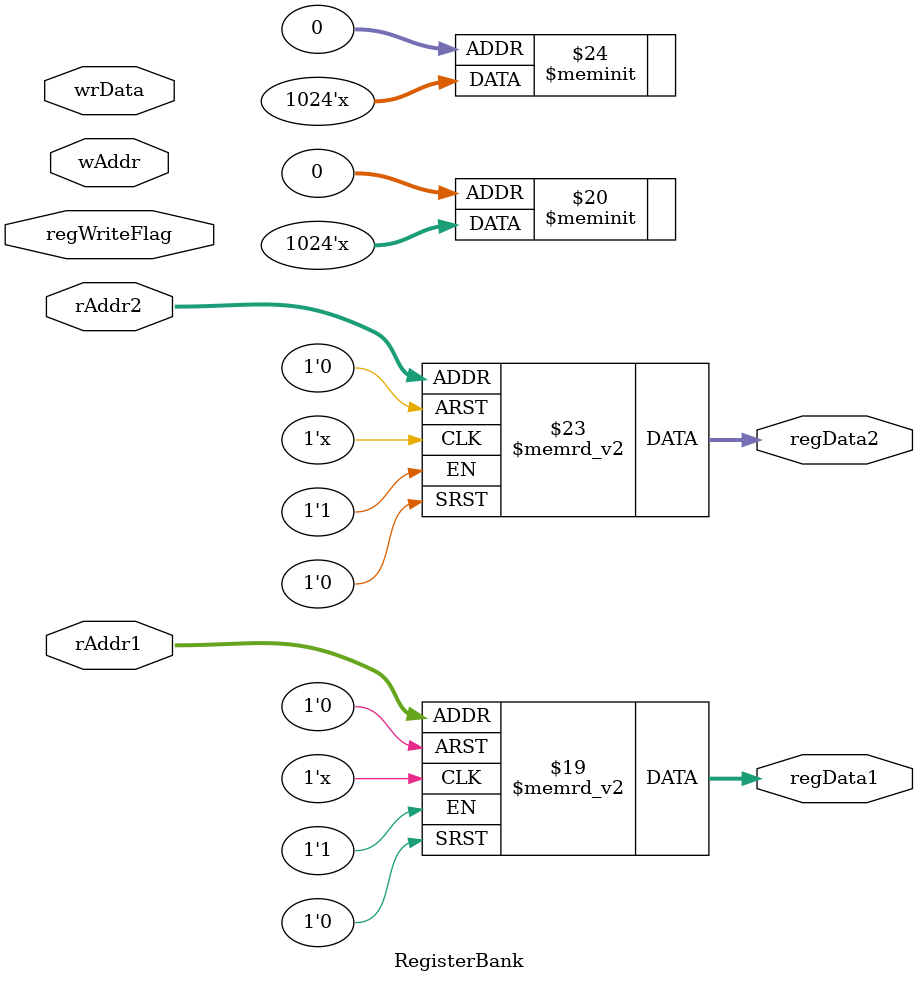
<source format=v>
/* verilator lint_off UNOPTFLAT */
// Def I/O
module RegisterBank(
    input [31:0]wrData,
	input [4:0]rAddr1, rAddr2, wAddr,
    input regWriteFlag,
	output reg [31:0]regData1,regData2
);
// Conexiones 
// Memoria ASYNC
reg [31:0]registerBank[31:0]; // 32 espacios de 32 bit

// Cuerpo del modulo
always@*
begin
   regData1 = registerBank[rAddr1];
   regData2 = registerBank[rAddr2];

   if(regWriteFlag)
   begin
       if(wAddr[0])
            registerBank[wAddr] = wrData;
   end 
end

endmodule

</source>
